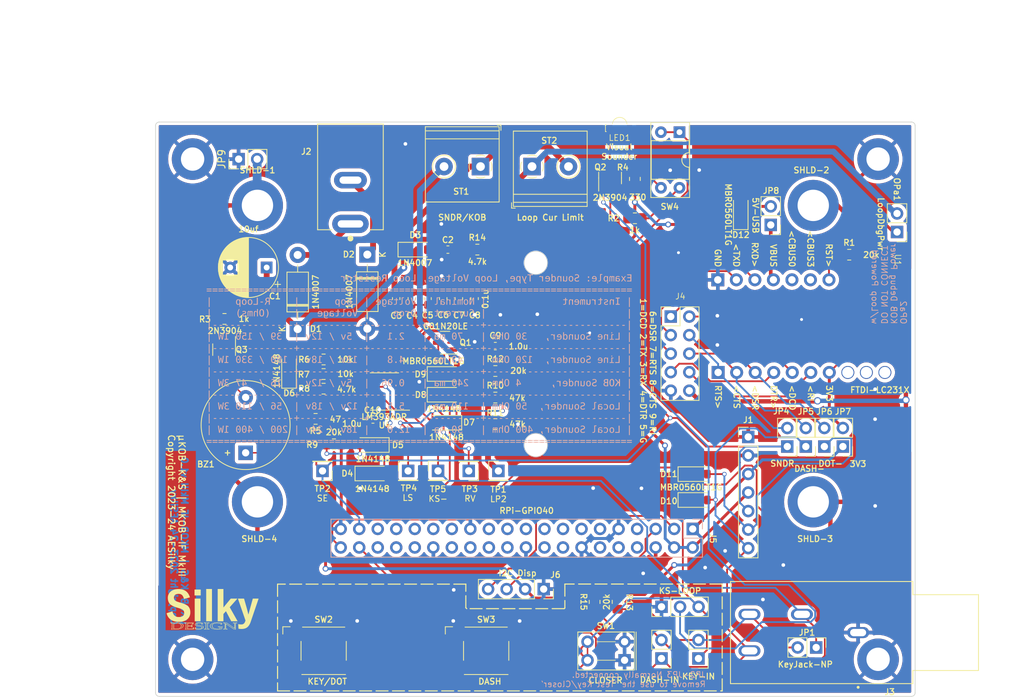
<source format=kicad_pcb>
(kicad_pcb (version 20221018) (generator pcbnew)
  (title_block (title "MuKOB / RPi / USB - Key/Paddle&Sounder Interface MkIII") (date "2024-04-04") (rev "1.0") (company "Silky Design AES") (comment 1 "Copyright AESilky 2023-24"))
  (layers (0 "F.Cu" mixed) (31 "B.Cu" mixed) (34 "B.Paste" user) (35 "F.Paste" user) (36 "B.SilkS" user "B.Silkscreen") (37 "F.SilkS" user "F.Silkscreen") (38 "B.Mask" user) (39 "F.Mask" user) (44 "Edge.Cuts" user))
  (net 0 "")
  (net 1 "GND")
  (net 2 "/LOOP_PWR")
  (net 3 "Net-(D3-A)")
  (net 4 "+5V")
  (net 5 "/LPI+")
  (net 6 "/LPI-")
  (net 7 "/LP2")
  (net 8 "/V3.3I")
  (net 9 "/OFFSET_REF_V")
  (net 10 "/LOOP_STATE")
  (net 11 "/RESET-")
  (net 12 "/LP1")
  (net 13 "/RXD")
  (net 14 "/TXD")
  (net 15 "+3.3V")
  (net 16 "/SNDR_EN")
  (net 17 "/KEY_PDL-")
  (net 18 "/PDL_DASH-")
  (net 19 "/KOB_KEY-")
  (net 20 "Net-(LED1-K)")
  (net 21 "Net-(LED1-A)")
  (net 22 "/SNDR_EN-")
  (net 23 "/KEY_PDL_DOT-")
  (net 24 "/V5I")
  (net 25 "Net-(D4-A)")
  (net 26 "Net-(D5-A)")
  (net 27 "Net-(D6-A)")
  (net 28 "Net-(D7-K)")
  (net 29 "Net-(D9-K)")
  (net 30 "/DASH-")
  (net 31 "/DOT-")
  (net 32 "Net-(J4-Pin_1)")
  (net 33 "/DTR")
  (net 34 "/DSR")
  (net 35 "/RTS")
  (net 36 "/CTS")
  (net 37 "/RI")
  (net 38 "Earth")
  (net 39 "/SDA")
  (net 40 "/SCL")
  (net 66 "/VBUS")
  (net 67 "Net-(Q2-B)")
  (net 68 "Net-(Q3-B)")
  (net 71 "/BZ+")
  (net 72 "/BZ-")
  (net 73 "/SLG")
  (net 74 "/SEL")
  (net 75 "/SEB")
  (footprint "Diode_SMD:D_SOD-123" (layer "F.Cu") (at 95.7706 134.7472 180)
    (fp_text reference "D7")
    (fp_text value "1N4148")
  )
  (footprint "Resistor_SMD:R_0805_2012Metric_Pad1.20x1.40mm_HandSolder" (layer "F.Cu") (at 102.741 127.657333)
    (fp_text reference "R12")
    (fp_text value "20k")
  )
  (footprint "Capacitor_SMD:C_0603_1608Metric_Pad1.08x0.95mm_HandSolder" (layer "F.Cu") (at 97.7478 117.729 90)
    (fp_text reference "C7")
    (fp_text value "0.1u")
  )
  (footprint "Connector_PinSocket_2.54mm:PinSocket_1x04_P2.54mm_Vertical" (layer "F.Cu") (at 109.37 157.556 -90)
    (fp_text reference "J6")
    (fp_text value "I2C Disp")
  )
  (footprint "Connector_PinHeader_2.54mm:PinHeader_1x07_P2.54mm_Vertical" (layer "F.Cu") (at 137.414 136.696)
    (fp_text reference "J1")
    (fp_text value "MuKOB IF")
  )
  (footprint "Connector_PinHeader_2.54mm:PinHeader_1x01_P2.54mm_Vertical" (layer "F.Cu") (at 94.8886 141.352)
    (fp_text reference "TP5")
    (fp_text value "KS-")
  )
  (footprint "AES_Library:AES-CUI_SJ-63063B-audio-jack" (layer "F.Cu") (at 152.48 163.517 180)
    (fp_text reference "J3")
    (fp_text value "KEY-PADDLE")
  )
  (footprint "Capacitor_SMD:C_0603_1608Metric_Pad1.08x0.95mm_HandSolder" (layer "F.Cu") (at 93.4474 117.729 90)
    (fp_text reference "C5")
    (fp_text value "0.1u")
  )
  (footprint "MountingHole:MountingHole_3.2mm_M3_ISO7380_Pad_TopBottom" (layer "F.Cu") (at 61.2394 167.1828)
    (fp_text reference "M_KSI4" hide)
    (fp_text value "MountingHole_Pad")
  )
  (footprint "Diode_SMD:D_SOD-123" (layer "F.Cu") (at 91.7665 111.013)
    (fp_text reference "D3")
    (fp_text value "1N4007")
  )
  (footprint "Connector_PinHeader_2.54mm:PinHeader_1x02_P2.54mm_Vertical" (layer "F.Cu") (at 125.52 167.07 180)
    (fp_text reference "JP3" hide)
    (fp_text value "DASH-IN")
  )
  (footprint "Diode_THT:D_DO-41_SOD81_P10.16mm_Horizontal" (layer "F.Cu") (at 75.645 121.906 90)
    (fp_text reference "D1")
    (fp_text value "1N4007")
  )
  (footprint "Diode_SMD:D_SOD-123" (layer "F.Cu") (at 136.389 105.9155 90)
    (fp_text reference "D12")
    (fp_text value "MBR0560LT1G")
  )
  (footprint "Connector_PinHeader_2.54mm:PinHeader_1x02_P2.54mm_Vertical" (layer "F.Cu") (at 150.391 138.011 180)
    (fp_text reference "JP7")
    (fp_text value "3V3")
  )
  (footprint "Resistor_SMD:R_0805_2012Metric_Pad1.20x1.40mm_HandSolder" (layer "F.Cu") (at 119.505 159.309 90)
    (fp_text reference "R13")
    (fp_text value "20k" hide)
  )
  (footprint "TerminalBlock_Philmore:TerminalBlock_Philmore_TB132_1x02_P5.00mm_Horizontal" (layer "F.Cu") (at 100.7094 99.6278 180)
    (fp_text reference "ST1")
    (fp_text value "SNDR/KOB")
  )
  (footprint "Diode_SMD:D_SOD-123" (layer "F.Cu") (at 74.458 127.656 90)
    (fp_text reference "D6")
    (fp_text value "1N4148")
  )
  (footprint "Diode_SMD:D_SOD-123" (layer "F.Cu") (at 130.1565 141.792)
    (fp_text reference "D11")
    (fp_text value "MBR0560LT1G")
  )
  (footprint "Resistor_SMD:R_0805_2012Metric_Pad1.20x1.40mm_HandSolder" (layer "F.Cu") (at 80.62 137.698 180)
    (fp_text reference "R9")
    (fp_text value "20k")
  )
  (footprint "Package_DIP:DIP-4_W7.62mm_Socket" (layer "F.Cu") (at 127.988 94.916 -90)
    (fp_text reference "SW4")
    (fp_text value "SW_DIP_x02")
  )
  (footprint "Capacitor_SMD:C_0603_1608Metric_Pad1.08x0.95mm_HandSolder" (layer "F.Cu") (at 91.2972 117.729 90)
    (fp_text reference "C4")
    (fp_text value "0.1u")
  )
  (footprint "Diode_SMD:D_SOD-123" (layer "F.Cu") (at 95.7706 130.9102)
    (fp_text reference "D8")
    (fp_text value "1N4148")
  )
  (footprint "AES_Library:AES-FTDI_LC231X" (layer "F.Cu") (at 160.17 121.504 -90)
    (fp_text reference "U1")
    (fp_text value "FTDI-LC231X")
  )
  (footprint "Connector_PinHeader_2.54mm:PinHeader_1x01_P2.54mm_Vertical" (layer "F.Cu") (at 103.163 141.352)
    (fp_text reference "TP1")
    (fp_text value "LP2")
  )
  (footprint "AES_Library:AES-LED_SMD_SIDEVIEW_Harvatek" (layer "F.Cu") (at 119.7864 93.8888 90)
    (fp_text reference "LED1")
    (fp_text value "SNDR")
  )
  (footprint "Capacitor_SMD:C_0603_1608Metric_Pad1.08x0.95mm_HandSolder" (layer "F.Cu") (at 85.9634 134.3028 180)
    (fp_text reference "C10")
    (fp_text value "1.0u")
  )
  (footprint "Resistor_SMD:R_0805_2012Metric_Pad1.20x1.40mm_HandSolder" (layer "F.Cu") (at 102.741 134.932 180)
    (fp_text reference "R11")
    (fp_text value "47k")
  )
  (footprint "Resistor_SMD:R_0805_2012Metric_Pad1.20x1.40mm_HandSolder" (layer "F.Cu") (at 121.878 106.718 180)
    (fp_text reference "R2")
    (fp_text value "1k")
  )
  (footprint "Connector_PinHeader_2.54mm:PinHeader_1x02_P2.54mm_Vertical" (layer "F.Cu") (at 157.817 108.597 180)
    (fp_text reference "OPa1")
    (fp_text value "LoopDbgPwr")
  )
  (footprint "Resistor_SMD:R_0805_2012Metric_Pad1.20x1.40mm_HandSolder" (layer "F.Cu") (at 151.26 111.713)
    (fp_text reference "R1")
    (fp_text value "20k")
  )
  (footprint "Connector_PinHeader_2.54mm:PinHeader_1x01_P2.54mm_Vertical" (layer "F.Cu") (at 79.0506 141.352 180)
    (fp_text reference "TP2")
    (fp_text value "SE")
  )
  (footprint "Resistor_SMD:R_0805_2012Metric_Pad1.20x1.40mm_HandSolder" (layer "F.Cu") (at 102.741 131.294666)
    (fp_text reference "R10")
    (fp_text value "47k")
  )
  (footprint "MountingHole:MountingHole_3.2mm_M3_ISO7380_Pad_TopBottom" (layer "F.Cu") (at 61.2394 98.6028)
    (fp_text reference "M_KSI1" hide)
    (fp_text value "MountingHole_Pad")
  )
  (footprint "Connector_PinHeader_2.54mm:PinHeader_1x03_P2.54mm_Vertical" (layer "F.Cu") (at 125.528 159.983 90)
    (fp_text reference "OP1" hide)
    (fp_text value "KS-LOOP")
  )
  (footprint "Connector_PinHeader_2.54mm:PinHeader_1x01_P2.54mm_Vertical" (layer "F.Cu") (at 90.788 141.352)
    (fp_text reference "TP4")
    (fp_text value "LS")
  )
  (footprint "Resistor_SMD:R_0805_2012Metric_Pad1.20x1.40mm_HandSolder" (layer "F.Cu") (at 79.197 130.077)
    (fp_text reference "R8")
    (fp_text value "4.7k")
  )
  (footprint "Capacitor_SMD:C_0603_1608Metric_Pad1.08x0.95mm_HandSolder" (layer "F.Cu") (at 89.147 117.729 90)
    (fp_text reference "C3")
    (fp_text value "0.1u")
  )
  (footprint "Capacitor_SMD:C_0603_1608Metric_Pad1.08x0.95mm_HandSolder" (layer "F.Cu") (at 96.238 111.01 180)
    (fp_text reference "C2")
    (fp_text value "0.1u")
  )
  (footprint "Diode_SMD:D_SOD-123" (layer "F.Cu") (at 85.87 141.705)
    (fp_text reference "D4")
    (fp_text value "1N4148")
  )
  (footprint "Connector_PinHeader_2.54mm:PinHeader_1x02_P2.54mm_Vertical" (layer "F.Cu") (at 147.851 138.011 180)
    (fp_text reference "JP6")
    (fp_text value "DOT-")
  )
  (footprint "AES_Library:SILKY-DESIGN-logo-0_50-AES" (layer "F.Cu") (at 64.0334 160.3248)
    (fp_text reference "G1" hide)
    (fp_text value "LOGO" hide)
  )
  (footprint "Resistor_SMD:R_0805_2012Metric_Pad1.20x1.40mm_HandSolder" (layer "F.Cu") (at 79.197 128.075 180)
    (fp_text reference "R7")
    (fp_text value "10k")
  )
  (footprint "MountingHole:MountingHole_4.3mm_M4_ISO14580_Pad_TopBottom" (layer "F.Cu") (at 70.1294 104.9528)
    (fp_text reference "SHLD-1")
    (fp_text value "MountingHole_Pad" hide)
  )
  (footprint "Resistor_SMD:R_0805_2012Metric_Pad1.20x1.40mm_HandSolder" (layer "F.Cu") (at 100.276 111.012)
    (fp_text reference "R14")
    (fp_text value "4.7k")
  )
  (footprint "MountingHole:MountingHole_4.3mm_M4_ISO14580_Pad_TopBottom" (layer "F.Cu") (at 146.3294 104.9528)
    (fp_text reference "SHLD-2")
    (fp_text value "MountingHole_Pad" hide)
  )
  (footprint "AES_Library:AES-SW-TGL-Micro-DPST-CIT" (layer "F.Cu") (at 120.462 167.309 -90)
    (fp_text reference "SW1")
    (fp_text value "CLOSER")
  )
  (footprint "Capacitor_THT:CP_Radial_D8.0mm_P5.00mm" (layer "F.Cu") (at 71.394651 113.465 180)
    (fp_text reference "C1")
    (fp_text value "10uf")
  )
  (footprint "Resistor_SMD:R_0805_2012Metric_Pad1.20x1.40mm_HandSolder" (layer "F.Cu") (at 121.878 101.32 90)
    (fp_text reference "R4")
    (fp_text value "330")
  )
  (footprint "Connector_PinHeader_2.54mm:PinHeader_1x02_P2.54mm_Vertical" (layer "F.Cu") (at 130.59 167.07 180)
    (fp_text reference "JP2" hide)
    (fp_text value "KEY-IN")
  )
  (footprint "Connector_PinHeader_2.54mm:PinHeader_1x02_P2.54mm_Vertical" (layer "F.Cu") (at 146.728 165.562 -90)
    (fp_text reference "JP1")
    (fp_text value "KeyJack-NP")
  )
  (footprint "AES_Library:AES-CUI_PJ-037B" (layer "F.Cu") (at 82.8802 107.4891 90)
    (fp_text reference "J2")
    (fp_text value "LOOP PWR" hide)
  )
  (footprint "AES_Library:AES-SW_PUSH_SMD_1P1T_NO_6x6mm" (layer "F.Cu") (at 101.487 166.019)
    (fp_text reference "SW3")
    (fp_text value "DASH")
  )
  (footprint "AES_Library:PinHeader_2x05_DB9-Order" (layer "F.Cu") (at 128.085 118.4028)
    (fp_text reference "J4")
    (fp_text value "COMM-DCE-10" hide)
  )
  (footprint "MountingHole:MountingHole_3.2mm_M3_ISO7380_Pad_TopBottom" (layer "F.Cu") (at 155.2194 98.6028)
    (fp_text reference "M_KSI2" hide)
    (fp_text value "MountingHole_Pad")
  )
  (footprint "TerminalBlock_Philmore:TerminalBlock_Philmore_TB132_1x02_P5.00mm_Horizontal" (layer "F.Cu") (at 107.7744 99.6278)
    (fp_text reference "ST2")
    (fp_text value "Loop Cur Limit")
  )
  (footprint "MountingHole:MountingHole_4.3mm_M4_ISO14580_Pad_TopBottom" (layer "F.Cu") (at 70.1294 145.5928)
    (fp_text reference "SHLD-4")
    (fp_text value "MountingHole_Pad" hide)
  )
  (footprint "Capacitor_SMD:C_0603_1608Metric_Pad1.08x0.95mm_HandSolder" (layer "F.Cu") (at 95.5976 117.729 90)
    (fp_text reference "C6")
    (fp_text value "0.1u")
  )
  (footprint "Diode_SMD:D_SOD-123" (layer "F.Cu") (at 95.7706 128.064)
    (fp_text reference "D9")
    (fp_text value "MBR0560LT1G")
  )
  (footprint "Connector_PinHeader_2.54mm:PinHeader_1x02_P2.54mm_Vertical" (layer "F.Cu") (at 140.501 107.629 180)
    (fp_text reference "JP8")
    (fp_text value "5V-USB")
  )
  (footprint "Resistor_SMD:R_0805_2012Metric_Pad1.20x1.40mm_HandSolder" (layer "F.Cu") (at 65.611 120.517 180)
    (fp_text reference "R3")
    (fp_text value "1k")
  )
  (footprint "Connector_PinHeader_2.54mm:PinHeader_1x01_P2.54mm_Vertical" (layer "F.Cu") (at 99.095 141.352 180)
    (fp_text reference "TP3")
    (fp_text value "RV")
  )
  (footprint "AES_Library:AES-SW_PUSH_SMD_1P1T_NO_6x6mm" (layer "F.Cu") (at 79.207 166.019)
    (fp_text reference "SW2")
    (fp_text value "KEY/DOT")
  )
  (footprint "Resistor_SMD:R_0805_2012Metric_Pad1.20x1.40mm_HandSolder" (layer "F.Cu") (at 116.353 159.309 90)
    (fp_text reference "R15")
    (fp_text value "20k")
  )
  (footprint "Diode_SMD:D_SOD-123" (layer "F.Cu") (at 130.1565 145.341)
    (fp_text reference "D10")
    (fp_text value "MBR0560LT1G" hide)
  )
  (footprint "Package_TO_SOT_SMD:SOT-23-3" (layer "F.Cu") (at 65.559 124.7285 -90)
    (fp_text reference "Q3")
    (fp_text value "2N3904")
  )
  (footprint "Resistor_SMD:R_0805_2012Metric_Pad1.20x1.40mm_HandSolder" (layer "F.Cu") (at 79.197 126.073)
    (fp_text reference "R6")
    (fp_text value "10k")
  )
  (footprint "Package_TO_SOT_SMD:SOT-23-3" (layer "F.Cu") (at 118.474 101.193 90)
    (fp_text reference "Q2")
    (fp_text value "2N3904")
  )
  (footprint "Diode_THT:D_DO-41_SOD81_P10.16mm_Horizontal" (layer "F.Cu") (at 85.195 111.696 -90)
    (fp_text reference "D2")
    (fp_text value "1N4007")
  )
  (footprint "Resistor_SMD:R_0805_2012Metric_Pad1.20x1.40mm_HandSolder" (layer "F.Cu") (at 78.103 134.217 180)
    (fp_text reference "R5")
    (fp_text value "47")
  )
  (footprint "MountingHole:MountingHole_3.2mm_M3_ISO7380_Pad_TopBottom" (layer "F.Cu") (at 155.2194 167.1828)
    (fp_text reference "M_KSI3" hide)
    (fp_text value "MountingHole_Pad")
  )
  (footprint "Connector_PinHeader_2.54mm:PinHeader_1x02_P2.54mm_Vertical" (layer "F.Cu") (at 67.5504 98.6068 90)
    (fp_text reference "JP9")
    (fp_text value "KeyJack-NP")
  )
  (footprint "Connector_PinHeader_2.54mm:PinHeader_1x02_P2.54mm_Vertical" (layer "F.Cu") (at 145.311 138.011 180)
    (fp_text reference "JP5")
    (fp_text value "DASH-")
  )
  (footprint "Capacitor_SMD:C_0603_1608Metric_Pad1.08x0.95mm_HandSolder" (layer "F.Cu") (at 99.898 117.729 -90)
    (fp_text reference "C8")
    (fp_text value "0.1u")
  )
  (footprint "Buzzer_Beeper:Buzzer_12x9.5RM7.6" (layer "F.Cu") (at 68.512 138.869 90)
    (fp_text reference "BZ1")
    (fp_text value "Buzzer")
  )
  (footprint "Connector_PinHeader_2.54mm:PinHeader_1x02_P2.54mm_Vertical" (layer "F.Cu") (at 142.771 138.011 180)
    (fp_text reference "JP4")
    (fp_text value "SNDR")
  )
  (footprint "MountingHole:MountingHole_4.3mm_M4_ISO14580_Pad_TopBottom" (layer "F.Cu") (at 146.3294 145.5928)
    (fp_text reference "SHLD-3")
    (fp_text value "MountingHole_Pad" hide)
  )
  (footprint "Package_TO_SOT_SMD:SOT-23" (layer "F.Cu") (at 95.8545 123.775 180)
    (fp_text reference "Q1")
    (fp_text value "G01N20LE")
  )
  (footprint "Diode_SMD:D_SOD-123" (layer "F.Cu") (at 85.825 137.801 180)
    (fp_text reference "D5")
    (fp_text value "1N4148")
  )
  (footprint "Package_SO:SOIC-8_3.9x4.9mm_P1.27mm" (layer "F.Cu") (at 87.539 130.465 180)
    (fp_text reference "U4")
    (fp_text value "LM393ADR")
  )
  (footprint "Capacitor_SMD:C_0603_1608Metric_Pad1.08x0.95mm_HandSolder" (layer "F.Cu") (at 102.741 124.24)
    (fp_text reference "C9")
    (fp_text value "1.0u")
  )
  (footprint "Connector_PinSocket_2.54mm:PinSocket_2x20_P2.54mm_Vertical" (layer "B.Cu") (at 129.801 149.308 90)
    (fp_text reference "J5")
    (fp_text value "RPi-GPIO40")
  )
  (gr_poly locked (pts (xy 72.886 156.903) (xy 72.886 171.508) (xy 133.846 171.508) (xy 133.846 156.903) (xy 133.805 156.862) (xy 112.283 156.862) (xy 112.275 156.87) (xy 112.275 160.143) (xy 112.182 160.236) (xy 98.823 160.236) (xy 98.697 160.11) (xy 98.697 156.875) (xy 72.914 156.875)) (stroke (width 0.15) (type dash)) (fill none) (layer "F.SilkS"))
  (gr_circle (center 108.2894 112.8153) (end 109.8894 112.8153) (stroke (width 0.1)) (fill none) (layer "Edge.Cuts"))
  (gr_line locked (start 56.1594 171.7548) (end 56.1594 94.0308) (stroke (width 0.1)) (layer "Edge.Cuts"))
  (gr_arc locked (start 56.6674 172.2628) (mid 56.30819 172.11401) (end 56.1594 171.7548) (stroke (width 0.1)) (layer "Edge.Cuts"))
  (gr_circle (center 108.2894 137.8153) (end 109.8894 137.8153) (stroke (width 0.1)) (fill none) (layer "Edge.Cuts"))
  (gr_arc locked (start 159.7914 93.5228) (mid 160.15061 93.67159) (end 160.2994 94.0308) (stroke (width 0.1)) (layer "Edge.Cuts"))
  (gr_line locked (start 159.7914 172.2628) (end 56.6674 172.2628) (stroke (width 0.1)) (layer "Edge.Cuts"))
  (gr_arc locked (start 56.1594 94.0308) (mid 56.30819 93.67159) (end 56.6674 93.5228) (stroke (width 0.1)) (layer "Edge.Cuts"))
  (gr_line locked (start 160.2994 94.0308) (end 160.2994 171.7548) (stroke (width 0.1)) (layer "Edge.Cuts"))
  (gr_line locked (start 56.6674 93.5228) (end 159.7914 93.5228) (stroke (width 0.1)) (layer "Edge.Cuts"))
  (gr_arc locked (start 160.2994 171.7548) (mid 160.15061 172.11401) (end 159.7914 172.2628) (stroke (width 0.1)) (layer "Edge.Cuts"))
  (gr_text "μKOB-K&S | MKOB-IF MkIII v1.0\nCopyright 2023-24 AESilky" (at 58.1674 162.5648 270) (layer "B.Cu") (effects (font (size 0.889 0.889) (thickness 0.22225) bold) (justify left bottom mirror)))
  (gr_text "Example: Sounder Type, Loop Voltage, Loop Resistor\n=========================================================================\n| Instrument             | Nominal | Voltage | Loop      |    R-Loop    |\n|                        | Current | Drop    | Voltage   |    (Ohms)    |\n|------------------------+---------+---------+-----------+--------------|\n| Line Sounder,   30 Ohm |   70 ma |   2.1   |  5v / 12v |  39 / 150 1W |\n|------------------------+---------+---------+-----------+--------------|\n| Line Sounder,  120 Ohm |   40 ma |   4.8   | 12v / 18v | 180 / 330 1W |\n|------------------------+---------+---------+-----------+--------------|\n| KOB Sounder,     4 Ohm |  240 ma |   0.96  |  5v / 12v |  16 /  47 3W |\n|------------------------+---------+---------+-----------+--------------|\n| Local Sounder,  50 Ohm |  110 ma |   5.5   | 12v / 18v |  56 / 110 3W |\n|------------------------+---------+---------+-----------+--------------|\n| Local Sounder, 400 Ohm |   30 ma |  12.0   | 18v / 24v | 200 / 400 1W |\n=========================================================================" (at 121.518 137.882) (layer "B.SilkS") (effects (font (size 0.95 0.95) (thickness 0.1)) (justify left bottom mirror)))
  (gr_text "OPa2\nKOB Debug Power\nDO NOT CONNECT\nw/Loop Powered" (at 154.2774 121.2878 -90) (layer "B.SilkS") (effects (font (size 0.8128 0.8128) (thickness 0.1016)) (justify left bottom mirror)))
  (gr_text "JP2-JP3 Normally connected.\nRemove to use the 'Test Key/Closer'" (at 131.6424 171.0558) (layer "B.SilkS") (effects (font (size 0.8 0.8) (thickness 0.1)) (justify left bottom mirror)))
  (gr_text "μKOB-K&S | MKOB-IF MkIII\nCopyright 2023-24 AESilky" (at 57.809 136.283 270) (layer "F.SilkS") (effects (font (size 0.889 0.889)) (justify left bottom)))
  (gr_text " 6=DSR 7=RTS 8=CTS 9=RI\n1=DCD 2=TX 3=RX 4=DTR 5=G" (at 122.535 127.622 270) (layer "F.SilkS") (effects (font (size 0.8125 0.8125)) (justify bottom)))
  (gr_text "Visual\nSounder" (at 119.738 98.74) (layer "F.SilkS") (effects (font (size 0.8128 0.8128) (thickness 0.127) bold) (justify bottom)))
  (segment (start 94.1206 130.9102) (end 92.3422 129.1318) (width 0.4) (layer "F.Cu") (net 1))
  (segment (start 92.3224 129.112) (end 91.7704 128.56) (width 0.4) (layer "F.Cu") (net 1))
  (segment (start 84.22 141.705) (end 84.22 143.7312) (width 0.4) (layer "F.Cu") (net 1))
  (segment (start 83.807 163.805) (end 83.807 161.9234) (width 0.4) (layer "F.Cu") (net 1))
  (segment (start 92.3422 129.1318) (end 92.3224 129.1318) (width 0.4) (layer "F.Cu") (net 1))
  (segment (start 124.721 151.848) (end 124.721 153.6922) (width 0.4) (layer "F.Cu") (net 1))
  (segment (start 106.087 161.9414) (end 106.0764 161.9308) (width 0.4) (layer "F.Cu") (net 1))
  (segment (start 99.898 118.5915) (end 99.898 119.9444) (width 0.4) (layer "F.Cu") (net 1))
  (segment (start 105.8406 134.932) (end 105.8464 134.9378) (width 0.4) (layer "F.Cu") (net 1))
  (segment (start 103.741 134.932) (end 105.8406 134.932) (width 0.4) (layer "F.Cu") (net 1))
  (segment (start 116.1774 143.7388) (end 116.1524 143.7138) (width 0.4) (layer "F.Cu") (net 1))
  (segment (start 94.241 151.848) (end 94.241 154.8634) (width 0.4) (layer "F.Cu") (net 1))
  (segment (start 133.7994 152.3148) (end 131.5064 154.6078) (width 0.4) (layer "F.Cu") (net 1))
  (segment (start 86.8259 134.3028) (end 86.8259 132.9443) (width 0.4) (layer "F.Cu") (net 1))
  (segment (start 96.987 161.9284) (end 96.9784 161.9198) (width 0.4) (layer "F.Cu") (net 1))
  (segment (start 76.0946 130.077) (end 76.0894 130.0718) (width 0.4) (layer "F.Cu") (net 1))
  (segment (start 83.807 161.9234) (end 83.8034 161.9198) (width 0.4) (layer "F.Cu") (net 1))
  (segment (start 76.0842 130.077) (end 75.229 130.077) (width 0.4) (layer "F.Cu") (net 1))
  (segment (start 99.898 119.9444) (end 99.9074 119.9538) (width 0.4) (layer "F.Cu") (net 1))
  (segment (start 106.087 163.805) (end 106.087 161.9414) (width 0.4) (layer "F.Cu") (net 1))
  (segment (start 122.7764 143.7388) (end 116.1774 143.7388) (width 0.4) (layer "F.Cu") (net 1))
  (segment (start 95.3755 112.3719) (end 95.3844 112.3808) (width 0.4) (layer "F.Cu") (net 1))
  (segment (start 75.229 130.077) (end 74.458 129.306) (width 0.4) (layer "F.Cu") (net 1))
  (segment (start 94.241 154.8634) (end 97.0384 157.6608) (width 0.4) (layer "F.Cu") (net 1))
  (segment (start 92.3224 129.1318) (end 92.3224 129.112) (width 0.4) (layer "F.Cu") (net 1))
  (segment (start 74.707 163.769) (end 74.707 161.9272) (width 0.4) (layer "F.Cu") (net 1))
  (segment (start 134.2464 152.3148) (end 133.7994 152.3148) (width 0.4) (layer "F.Cu") (net 1))
  (segment (start 91.7704 128.56) (end 90.014 128.56) (width 0.4) (layer "F.Cu") (net 1))
  (segment (start 74.707 161.9272) (end 74.7084 161.9258) (width 0.4) (layer "F.Cu") (net 1))
  (segment (start 78.197 130.077) (end 76.0946 130.077) (width 0.4) (layer "F.Cu") (net 1))
  (segment (start 96.987 163.769) (end 96.987 161.9284) (width 0.4) (layer "F.Cu") (net 1))
  (segment (start 95.3755 111.01) (end 95.3755 112.3719) (width 0.4) (layer "F.Cu") (net 1))
  (segment (start 86.8259 132.9443) (end 86.8404 132.9298) (width 0.4) (layer "F.Cu") (net 1))
  (segment (start 124.721 153.6922) (end 123.0144 155.3988) (width 0.4) (layer "F.Cu") (net 1))
  (segment (start 76.0894 130.0718) (end 76.0842 130.077) (width 0.4) (layer "F.Cu") (net 1))
  (segment (start 154.8054 130.1538) (end 154.8054 134.2578) (width 0.4) (layer "F.Cu") (net 1))
  (segment (start 84.22 143.7312) (end 84.2194 143.7318) (width 0.4) (layer "F.Cu") (net 1))
  (via (at 106.0764 161.9308) (size 0.8) (drill 0.5) (layers "F.Cu" "B.Cu") (net 1))
  (via (at 95.3844 112.3808) (size 0.8) (drill 0.5) (layers "F.Cu" "B.Cu") (net 1))
  (via (at 103.4344 119.9528) (size 0.8) (drill 0.5) (layers "F.Cu" "B.Cu") (net 1))
  (via (at 83.8034 161.9198) (size 0.8) (drill 0.5) (layers "F.Cu" "B.Cu") (net 1))
  (via (at 144.7244 120.5938) (size 0.6) (drill 0.4) (layers "F.Cu" "B.Cu") (net 1))
  (via (at 154.8054 130.1538) (size 0.8) (drill 0.5) (layers "F.Cu" "B.Cu") (net 1))
  (via (at 122.7764 143.7388) (size 0.8) (drill 0.5) (layers "F.Cu" "B.Cu") (net 1))
  (via (at 133.1804 124.0868) (size 0.8) (drill 0.5) (layers "F.Cu" "B.Cu") (net 1))
  (via (at 130.6914 100.1058) (size 0.8) (drill 0.5) (layers "F.Cu" "B.Cu") (net 1))
  (via (at 127.8504 111.4338) (size 0.6) (drill 0.4) (layers "F.Cu" "B.Cu") (net 1))
  (via (at 115.6764 122.4288) (size 0.6) (drill 0.4) (layers "F.Cu" "B.Cu") (net 1))
  (via (at 84.2194 143.7318) (size 0.8) (drill 0.5) (layers "F.Cu" "B.Cu") (net 1))
  (via (at 139.4274 158.9808) (size 0.8) (drill 0.5) (layers "F.Cu" "B.Cu") (net 1))
  (via (at 76.0894 130.0718) (size 0.8) (drill 0.5) (layers "F.Cu" "B.Cu") (net 1))
  (via (at 95.3424 107.4978) (size 0.8) (drill 0.5) (layers "F.Cu" "B.Cu") (net 1))
  (via (at 116.1524 143.7138) (size 0.8) (drill 0.5) (layers "F.Cu" "B.Cu") (net 1))
  (via (at 134.2464 152.3148) (size 0.8) (drill 0.5) (layers "F.Cu" "B.Cu") (net 1))
  (via (at 82.3634 132.9418) (size 0.8) (drill 0.5) (layers "F.Cu" "B.Cu") (net 1))
  (via (at 133.1804 120.0818) (size 0.8) (drill 0.5) (layers "F.Cu" "B.Cu") (net 1))
  (via (at 74.7084 161.9258) (size 0.8) (drill 0.5) (layers "F.Cu" "B.Cu") (net 1))
  (via (at 142.2244 154.2578) (size 0.8) (drill 0.5) (layers "F.Cu" "B.Cu") (net 1))
  (via (at 90.4144 96.5208) (size 0.8) (drill 0.5) (layers "F.Cu" "B.Cu") (net 1))
  (via (at 97.0384 157.6608) (size 0.8) (drill 0.5) (layers "F.Cu" "B.Cu") (net 1))
  (via (at 86.8404 132.9298) (size 0.8) (drill 0.5) (layers "F.Cu" "B.Cu") (net 1))
  (via (at 108.4984 119.8758) (size 0.8) (drill 0.5) (layers "F.Cu" "B.Cu") (net 1))
  (via (at 96.9784 161.9198) (size 0.8) (drill 0.5) (layers "F.Cu" "B.Cu") (net 1))
  (via (at 105.8464 134.9378) (size 0.8) (drill 0.5) (layers "F.Cu" "B.Cu") (net 1))
  (via (at 95.3864 114.6258) (size 0.8) (drill 0.5) (layers "F.Cu" "B.Cu") (net 1))
  (via (at 99.9074 119.9538) (size 0.8) (drill 0.5) (layers "F.Cu" "B.Cu") (net 1))
  (via (at 131.5064 154.6078) (size 0.8) (drill 0.5) (layers "F.Cu" "B.Cu") (net 1))
  (via (at 123.0144 155.3988) (size 0.8) (drill 0.5) (layers "F.Cu" "B.Cu") (net 1))
  (via (at 154.8054 134.2578) (size 0.8) (drill 0.5) (layers "F.Cu" "B.Cu") (net 1))
  (via (at 99.9114 123.6518) (size 0.8) (drill 0.5) (layers "F.Cu" "B.Cu") (net 1))
  (via (at 154.8174 146.1528) (size 0.8) (drill 0.5) (layers "F.Cu" "B.Cu") (net 1))
  (via (at 126.7134 100.1308) (size 0.8) (drill 0.5) (layers "F.Cu" "B.Cu") (net 1))
  (via (at 92.3224 129.1318) (size 0.8) (drill 0.5) (layers "F.Cu" "B.Cu") (net 1))
  (segment (start 96.9784 157.7208) (end 97.0384 157.6608) (width 0.4) (layer "B.Cu") (net 1))
  (segment (start 99.9074 119.9538) (end 103.4334 119.9538) (width 0.4) (layer "B.Cu") (net 1))
  (segment (start 97.763602 105.076598) (end 97.763602 99.116002) (width 0.4) (layer "B.Cu") (net 1))
  (segment (start 86.8404 132.9298) (end 86.8284 132.9418) (width 0.4) (layer "B.Cu") (net 1))
  (segment (start 115.791 150.618) (end 118.331 150.618) (width 0.4) (layer "B.Cu") (net 1))
  (segment (start 97.763602 99.116002) (end 95.1684 96.5208) (width 0.4) (layer "B.Cu") (net 1))
  (segment (start 118.1118 155.3988) (end 114.561 151.848) (width 0.4) (layer "B.Cu") (net 1))
  (segment (start 123.0144 155.3988) (end 118.1118 155.3988) (width 0.4) (layer "B.Cu") (net 1))
  (segment (start 119.641 149.308) (end 119.641 147.2024) (width 0.4) (layer "B.Cu") (net 1))
  (segment (start 99.9074 123.6478) (end 99.9114 123.6518) (width 0.4) (layer "B.Cu") (net 1))
  (segment (start 95.3864 114.6258) (end 98.1074 114.6258) (width 0.4) (layer "B.Cu") (net 1))
  (segment (start 133.244 120.0182) (end 133.1804 120.0818) (width 0.4) (layer "B.Cu") (net 1))
  (segment (start 95.3844 114.6238) (end 95.3864 114.6258) (width 0.4) (layer "B.Cu") (net 1))
  (segment (start 95.3844 112.3808) (end 95.3844 107.5398) (width 0.4) (layer "B.Cu") (net 1))
  (segment (start 95.3424 107.4978) (end 97.763602 105.076598) (width 0.4) (layer "B.Cu") (net 1))
  (segment (start 103.5114 119.8758) (end 108.4984 119.8758) (width 0.4) (layer "B.Cu") (net 1))
  (segment (start 126.7384 100.1058) (end 126.7134 100.1308) (width 0.4) (layer "B.Cu") (net 1))
  (segment (start 109.37 158.6372) (end 106.0764 161.9308) (width 0.4) (layer "B.Cu") (net 1))
  (segment (start 119.641 147.2024) (end 116.1524 143.7138) (width 0.4) (layer "B.Cu") (net 1))
  (segment (start 108.4984 119.8758) (end 108.4984 132.2858) (width 0.4) (layer "B.Cu") (net 1))
  (segment (start 99.9074 119.9538) (end 99.9074 123.6478) (width 0.4) (layer "B.Cu") (net 1))
  (segment (start 133.244 115.154) (end 133.244 120.0182) (width 0.4) (layer "B.Cu") (net 1))
  (segment (start 118.331 150.618) (end 119.641 149.308) (width 0.4) (layer "B.Cu") (net 1))
  (segment (start 96.9784 161.9198) (end 96.9784 157.7208) (width 0.4) (layer "B.Cu") (net 1))
  (segment (start 154.8174 134.2698) (end 154.8174 146.1528) (width 0.4) (layer "B.Cu") (net 1))
  (segment (start 114.561 151.848) (end 115.791 150.618) (width 0.4) (layer "B.Cu") (net 1))
  (segment (start 103.4334 119.9538) (end 103.4344 119.9528) (width 0.4) (layer "B.Cu") (net 1))
  (segment (start 103.4344 119.9528) (end 103.5114 119.8758) (width 0.4) (layer "B.Cu") (net 1))
  (segment (start 130.6914 100.1058) (end 126.7384 100.1058) (width 0.4) (layer "B.Cu") (net 1))
  (segment (start 95.1684 96.5208) (end 90.4144 96.5208) (width 0.4) (layer "B.Cu") (net 1))
  (segment (start 86.8284 132.9418) (end 82.3634 132.9418) (width 0.4) (layer "B.Cu") (net 1))
  (segment (start 154.8054 134.2578) (end 154.8174 134.2698) (width 0.4) (layer "B.Cu") (net 1))
  (segment (start 133.1804 120.0818) (end 133.1804 124.0868) (width 0.4) (layer "B.Cu") (net 1))
  (segment (start 98.1074 114.6258) (end 103.4344 119.9528) (width 0.4) (layer "B.Cu") (net 1))
  (segment (start 95.3844 107.5398) (end 95.3424 107.4978) (width 0.4) (layer "B.Cu") (net 1))
  (segment (start 95.3844 112.3808) (end 95.3844 114.6238) (width 0.4) (layer "B.Cu") (net 1))
  (segment (start 108.4984 132.2858) (end 105.8464 134.9378) (width 0.4) (layer "B.Cu") (net 1))
  (segment (start 109.37 157.556) (end 109.37 158.6372) (width 0.4) (layer "B.Cu") (net 1))
  (segment (start 107.7744 99.6278) (end 99.276 108.1262) (width 0.8) (layer "F.Cu") (net 2))
  (segment (start 97.1005 111.01) (end 97.1005 110.800964) (width 0.8) (layer "F.Cu") (net 2))
  (segment (start 97.1005 110.800964) (end 95.962536 109.663) (width 0.8) (layer "F.Cu") (net 2))
  (segment (start 95.962536 109.663) (end 91.4665 109.663) (width 0.8) (layer "F.Cu") (net 2))
  (segment (start 71.394651 117.655651) (end 75.645 121.906) (width 0.8) (layer "F.Cu") (net 2))
  (segment (start 91.4665 109.663) (end 90.1165 111.013) (width 0.8) (layer "F.Cu") (net 2))
  (segment (start 90.166 113.4828) (end 90.166 111.0625) (width 0.8) (layer "F.Cu") (net 2))
  (segment (start 99.276 111.012) (end 97.1025 111.012) (width 0.8) (layer "F.Cu") (net 2))
  (segment (start 99.276 108.1262) (end 99.276 111.012) (width 0.8) (layer "F.Cu") (net 2))
  (segment (start 71.394651 113.465) (end 71.394651 117.655651) (width 0.8) (layer "F.Cu") (net 2))
  (via (at 90.166 113.4828) (size 1) (drill 0.5) (layers "F.Cu" "B.Cu") (net 2))
  (segment (start 83.6428 120.006) (end 90.166 113.4828) (width 0.8) (layer "B.Cu") (net 2))
  (segment (start 157.582431 106.057) (end 149.109231 97.5838) (width 0.8) (layer "B.Cu") (net 2))
  (segment (start 77.545 120.006) (end 83.6428 120.006) (width 0.8) (layer "B.Cu") (net 2))
  (segment (start 109.8184 97.5838) (end 107.7744 99.6278) (width 0.8) (layer "B.Cu") (net 2))
  (segment (start 157.817 106.057) (end 157.582431 106.057) (width 0.8) (layer "B.Cu") (net 2))
  (segment (start 75.645 121.906) (end 77.545 120.006) (width 0.8) (layer "B.Cu") (net 2))
  (segment (start 149.109231 97.5838) (end 109.8184 97.5838) (width 0.8) (layer "B.Cu") (net 2))
  (segment (start 95.5976 118.5915) (end 93.4474 118.5915) (width 0.25) (layer "F.Cu") (net 3))
  (segment (start 97.7478 119.5072) (end 97.7478 118.5915) (width 0.25) (layer "F.Cu") (net 3))
  (segment (start 101.276 120.1742) (end 100.5344 120.9158) (width 0.25) (layer "F.Cu") (net 3))
  (segment (start 93.4474 118.5915) (end 91.2972 118.5915) (width 0.25) (layer "F.Cu") (net 3))
  (segment (start 93.4165 112.7629) (end 93.9004 113.2468) (width 0.25) (layer "F.Cu") (net 3))
  (segment (start 97.7478 118.5915) (end 95.5976 118.5915) (width 0.25) (layer "F.Cu") (net 3))
  (segment (start 100.5344 120.9158) (end 99.1564 120.9158) (width 0.25) (layer "F.Cu") (net 3))
  (segment (start 93.9004 113.2468) (end 99.0412 113.2468) (width 0.25) (layer "F.Cu") (net 3))
  (segment (start 99.1564 120.9158) (end 97.7478 119.5072) (width 0.25) (layer "F.Cu") (net 3))
  (segment (start 101.276 111.012) (end 101.276 120.1742) (width 0.25) (layer "F.Cu") (net 3))
  (segment (start 93.4165 111.013) (end 93.4165 112.7629) (width 0.25) (layer "F.Cu") (net 3))
  (segment (start 91.2972 118.5915) (end 89.147 118.5915) (width 0.25) (layer "F.Cu") (net 3))
  (segment (start 99.0412 113.2468) (end 101.276 111.012) (width 0.25) (layer "F.Cu") (net 3))
  (segment (start 126.4394 107.5688) (end 126.4427 107.5655) (width 0.4) (layer "F.Cu") (net 4))
  (segment (start 121.8684 109.1288) (end 106.7572 124.24) (width 0.4) (layer "F.Cu") (net 4))
  (segment (start 139.236101 99.9628) (end 135.409 103.789901) (width 0.4) (layer "F.Cu") (net 4))
  (segment (start 121.8684 104.5098) (end 121.8684 109.1288) (width 0.4) (layer "F.Cu") (net 4))
  (segment (start 148.6588 99.9628) (end 139.236101 99.9628) (width 0.4) (layer "F.Cu") (net 4))
  (segment (start 157.555 108.859) (end 148.6588 99.9628) (width 0.4) (layer "F.Cu") (net 4))
  (segment (start 121.8684 104.5098) (end 121.8684 102.3296) (width 0.4) (layer "F.Cu") (net 4))
  (segment (start 89.3842 126.073) (end 80.197 126.073) (width 0.4) (layer "F.Cu") (net 4))
  (segment (start 103.6035 124.24) (end 101.5085 122.145) (width 0.4) (layer "F.Cu") (net 4))
  (segment (start 137.414 144.316) (end 129.882 151.848) (width 0.4) (layer "F.Cu") (net 4))
  (segment (start 125.9944 137.8678) (end 115.783933 127.657333) (width 0.4) (layer "F.Cu") (net 4))
  (segment (start 103.6035 124.24) (end 103.6035 127.519833) (width 0.4) (layer "F.Cu") (net 4))
  (segment (start 101.5085 122.145) (end 93.3122 122.145) (width 0.4) (layer "F.Cu") (net 4))
  (segment (start 106.7572 124.24) (end 103.6035 124.24) (width 0.4) (layer "F.Cu") (net 4))
  (segment (start 93.3122 122.145) (end 89.3842 126.073) (width 0.4) (layer "F.Cu") (net 4))
  (segment (start 135.409 106.5855) (end 136.389 107.5655) (width 0.4) (layer "F.Cu") (net 4))
  (segment (start 126.4427 107.5655) (end 136.389 107.5655) (width 0.4) (layer "F.Cu") (net 4))
  (segment (start 115.783933 127.657333) (end 103.741 127.657333) (width 0.4) (layer "F.Cu") (net 4))
  (segment (start 135.409 103.789901) (end 135.409 106.5855) (width 0.4) (layer "F.Cu") (net 4))
  (via (at 125.9944 137.8678) (size 0.8) (drill 0.5) (layers "F.Cu" "B.Cu") (net 4))
  (via (at 121.8684 104.5098) (size 0.8) (drill 0.5) (layers "F.Cu" "B.Cu") (net 4))
  (via (at 126.4394 107.5688) (size 0.8) (drill 0.5) (layers "F.Cu" "B.Cu") (net 4))
  (segment (start 127.261 151.848) (end 126.031 150.618) (width 0.4) (layer "B.Cu") (net 4))
  (segment (start 126.4394 107.5688) (end 124.9274 107.5688) (width 0.4) (layer "B.Cu") (net 4))
  (segment (start 126.031 137.9044) (end 125.9944 137.8678) (width 0.4) (layer "B.Cu") (net 4))
  (segment (start 126.031 150.618) (end 126.031 137.9044) (width 0.4) (layer "B.Cu") (net 4))
  (segment (start 124.9274 107.5688) (end 121.8684 104.5098) (width 0.4) (layer "B.Cu") (net 4))
  (segment (start 129.801 151.848) (end 127.261 151.848) (width 0.4) (layer "B.Cu") (net 4))
  (segment (start 78.6233 111.746) (end 82.8802 107.4891) (width 0.8) (layer "F.Cu") (net 5))
  (segment (start 75.645 111.746) (end 78.6233 111.746) (width 0.8) (layer "F.Cu") (net 5))
  (segment (start 82.8802 101.4891) (end 85.9802 104.5891) (width 0.8) (layer "F.Cu") (net 6))
  (segment (start 85.9802 104.5891) (end 85.9802 110.9108) (width 0.8) (layer "F.Cu") (net 6))
  (segment (start 101.741 131.294666) (end 100.651266 131.294666) (width 0.8) (layer "F.Cu") (net 7))
  (segment (start 101.741 131.294666) (end 101.741 134.932) (width 0.8) (layer "F.Cu") (net 7))
  (segment (start 101.741 139.93) (end 103.163 141.352) (width 0.8) (layer "F.Cu") (net 7))
  (segment (start 101.741 134.932) (end 101.741 139.93) (width 0.8) (layer "F.Cu") (net 7))
  (segment (start 97.4701 126.0638) (end 97.4701 128.0145) (width 0.8) (layer "F.Cu") (net 7))
  (segment (start 100.651266 131.294666) (end 97.4206 128.064) (width 0.8) (layer "F.Cu") (net 7))
  (via (at 97.4701 126.0638) (size 1) (drill 0.5) (layers "F.Cu" "B.Cu") (net 7))
  (segment (start 95.7094 99.6278) (end 92.3954 102.9418) (width 0.8) (layer "B.Cu") (net 7))
  (segment (start 92.3954 102.9418) (end 92.3954 120.9891) (width 0.8) (layer "B.Cu") (net 7))
  (segment (start 92.3954 120.9891) (end 97.4701 126.0638) (width 0.8) (layer "B.Cu") (net 7))
  (segment (start 148.53 127.854) (end 148.53 133.61) (width 0.4) (layer "F.Cu") (net 8))
  (segment (start 152.26 124.124) (end 148.53 127.854) (width 0.25) (layer "F.Cu") (net 8))
  (segment (start 152.26 111.713) (end 152.26 124.124) (width 0.25) (layer "F.Cu") (net 8))
  (segment (start 148.53 133.61) (end 150.391 135.471) (width 0.4) (layer "F.Cu") (net 8))
  (segment (start 99.095 138.2892) (end 99.095 141.352) (width 0.25) (layer "F.Cu") (net 9))
  (segment (start 80.197 130.077) (end 80.197 128.075) (width 0.25) (layer "F.Cu") (net 9))
  (segment (start 80.317 127.955) (end 87.2056 127.955) (width 0.25) (layer "F.Cu") (net 9))
  (segment (start 94.376 132.5248) (end 95.6504 133.7992) (width 0.25) (layer "F.Cu") (net 9))
  (segment (start 91.6746 129.83) (end 94.3694 132.5248) (width 0.25) (layer "F.Cu") (net 9))
  (segment (start 95.6504 133.7992) (end 95.6504 136.0598) (width 0.25) (layer "F.Cu") (net 9))
  (segment (start 87.2056 127.955) (end 89.0806 129.83) (width 0.25) (layer "F.Cu") (net 9))
  (segment (start 94.3694 132.5248) (end 94.376 132.5248) (width 0.25) (layer "F.Cu") (net 9))
  (segment (start 90.014 129.83) (end 91.6746 129.83) (width 0.25) (layer "F.Cu") (net 9))
  (segment (start 89.0806 129.83) (end 90.014 129.83) (width 0.25) (layer "F.Cu") (net 9))
  (segment (start 99.0994 138.2848) (end 99.095 138.2892) (width 0.25) (layer "F.Cu") (net 9))
  (via (at 99.0994 138.2848) (size 0.6) (drill 0.4) (layers "F.Cu" "B.Cu") (net 9))
  (via (at 95.6504 136.0598) (size 0.6) (drill 0.4) (layers "F.Cu" "B.Cu") (net 9))
  (segment (start 95.6504 136.0968) (end 97.8384 138.2848) (width 0.25) (layer "B.Cu") (net 9))
  (segment (start 97.8384 138.2848) (end 99.0994 138.2848) (width 0.25) (layer "B.Cu") (net 9))
  (segment (start 95.6504 136.0598) (end 95.6504 136.0968) (width 0.25) (layer "B.Cu") (net 9))
  (segment (start 103.741 133.1274) (end 103.7434 133.1298) (width 0.25) (layer "F.Cu") (net 10))
  (segment (start 90.788 141.352) (end 90.788 135.8354) (width 0.25) (layer "F.Cu") (net 10))
  (segment (start 90.4734 131.1) (end 94.1206 134.7472) (width 0.25) (layer "F.Cu") (net 10))
  (segment (start 103.741 131.294666) (end 103.741 133.1274) (width 0.25) (layer "F.Cu") (net 10))
  (segment (start 90.788 135.8354) (end 89.7254 134.7728) (width 0.25) (layer "F.Cu") (net 10))
  (segment (start 94.1254 133.1298) (end 94.1254 134.7424) (width 0.25) (layer "F.Cu") (net 10))
  (via (at 89.7254 134.7728) (size 0.6) (drill 0.4) (layers "F.Cu" "B.Cu") (net 10))
  (via (at 103.7434 133.1298) (size 0.6) (drill 0.4) (layers "F.Cu" "B.Cu") (net 10))
  (via (at 94.1254 133.1298) (size 0.6) (drill 0.4) (layers "F.Cu" "B.Cu") (net 10))
  (segment (start 92.4824 134.7728) (end 94.1254 133.1298) (width 0.25) (layer "B.Cu") (net 10))
  (segment (start 89.7254 134.7728) (end 92.4824 134.7728) (width 0.25) (layer "B.Cu") (net 10))
  (segment (start 103.7434 133.1298) (end 94.1254 133.1298) (width 0.25) (layer "B.Cu") (net 10))
  (segment (start 150.26 111.713) (end 148.484 113.489) (width 0.25) (layer "F.Cu") (net 11))
  (segment (start 148.484 113.489) (end 148.484 115.154) (width 0.25) (layer "F.Cu") (net 11))
  (segment (start 89.147 116.8665) (end 88.9165 116.636) (width 0.8) (layer "F.Cu") (net 12))
  (segment (start 95.5976 116.8665) (end 93.4474 116.8665) (width 0.8) (layer "F.Cu") (net 12))
  (segment (start 103.4574 96.8798) (end 110.0264 96.8798) (width 0.8) (layer "F.Cu") (net 12))
  (segment (start 91.2972 116.8665) (end 89.147 116.8665) (width 0.8) (layer "F.Cu") (net 12))
  (segment (start 99.898 116.8665) (end 97.7478 116.8665) (width 0.8) (layer "F.Cu") (net 12))
  (segment (start 100.7094 99.6278) (end 103.4574 96.8798) (width 0.8) (layer "F.Cu") (net 12))
  (segment (start 88.9165 109.9647) (end 99.2534 99.6278) (width 0.8) (layer "F.Cu") (net 12))
  (segment (start 99.2534 99.6278) (end 100.7094 99.6278) (width 0.8) (layer "F.Cu") (net 12))
  (segment (start 110.0264 96.8798) (end 112.7744 99.6278) (width 0.8) (layer "F.Cu") (net 12))
  (segment (start 88.9165 116.636) (end 88.9165 109.9647) (width 0.8) (layer "F.Cu") (net 12))
  (segment (start 93.4474 116.8665) (end 91.2972 116.8665) (width 0.8) (layer "F.Cu") (net 12))
  (segment (start 97.7478 116.8665) (end 95.5976 116.8665) (width 0.8) (layer "F.Cu") (net 12))
  (segment (start 138.324 115.154) (end 136.7 113.53) (width 0.25) (layer "F.Cu") (net 13))
  (segment (start 130.539688 113.53) (end 124.9714 119.098288) (width 0.25) (layer "F.Cu") (net 13))
  (segment (start 124.9714 123.4492) (end 126.795 125.2728) (width 0.25) (layer "F.Cu") (net 13))
  (segment (start 136.7 113.53) (end 130.539688 113.53) (width 0.25) (layer "F.Cu") (net 13))
  (segment (start 124.9714 119.098288) (end 124.9714 123.4492) (width 0.25) (layer "F.Cu") (net 13))
  (segment (start 135.784 115.154) (end 134.59 113.96) (width 0.25) (layer "F.Cu") (net 14))
  (segment (start 130.7178 113.96) (end 125.4684 119.2094) (width 0.25) (layer "F.Cu") (net 14))
  (segment (start 134.59 113.96) (end 130.7178 113.96) (width 0.25) (layer "F.Cu") (net 14))
  (segment (start 125.4684 119.2094) (end 125.4684 121.4062) (width 0.25) (layer "F.Cu") (net 14))
  (segment (start 125.4684 121.4062) (end 126.795 122.7328) (width 0.25) (layer "F.Cu") (net 14))
  (segment (start 108.06 158.786) (end 115.876 158.786) (width 0.4) (layer "F.Cu") (net 15))
  (segment (start 127.2674 154.2478) (end 127.2674 154.2628) (width 0.4) (layer "F.Cu") (net 15))
  (segment (start 81.62 146.819022) (end 79.4684 148.970622) (width 0.4) (layer "F.Cu") (net 15))
  (segment (start 119.505 158.309) (end 116.353 158.309) (width 0.4) (layer "F.Cu") (net 15))
  (segment (start 85.0654 134.2526) (end 81.62 137.698) (width 0.4) (layer "F.Cu") (net 15))
  (segment (start 81.62 137.698) (end 81.62 146.819022) (width 0.4) (layer "F.Cu") (net 15))
  (segment (start 115.876 158.786) (end 116.353 158.309) (width 0.4) (layer "F.Cu") (net 15))
  (segment (start 79.4684 148.970622) (end 79.4684 154.7568) (width 0.4) (layer "F.Cu") (net 15))
  (segment (start 85.0654 132.3714) (end 85.0654 134.2526) (width 0.4) (layer "F.Cu") (net 15))
  (segment (start 127.2674 154.2628) (end 123.2212 158.309) (width 0.4) (layer "F.Cu") (net 15))
  (segment (start 123.2212 158.309) (end 119.505 158.309) (width 0.4) (layer "F.Cu") (net 15))
  (segment (start 79.103 134.217) (end 79.103 135.181) (width 0.4) (layer "F.Cu") (net 15))
  (segment (start 137.414 141.776) (end 129.882 149.308) (width 0.4) (layer "F.Cu") (net 15))
  (segment (start 106.83 157.556) (end 108.06 158.786) (width 0.4) (layer "F.Cu") (net 15))
  (segment (start 79.103 135.181) (end 81.62 137.698) (width 0.4) (layer "F.Cu") (net 15))
  (via (at 79.4684 154.7568) (size 0.8) (drill 0.5) (layers "F.Cu" "B.Cu") (net 15))
  (via (at 127.2674 154.2478) (size 0.8) (drill 0.5) (layers "F.Cu" "B.Cu") (net 15))
  (segment (start 104.0308 154.7568) (end 106.83 157.556) (width 0.4) (layer "B.Cu") (net 15))
  (segment (start 129.1404 154.2478) (end 127.2674 154.2478) (width 0.4) (layer "B.Cu") (net 15))
  (segment (start 131.031 152.3572) (end 129.1404 154.2478) (width 0.4) (layer "B.Cu") (net 15))
  (segment (start 129.801 149.308) (end 131.031 150.538) (width 0.4) (layer "B.Cu") (net 15))
  (segment (start 139.3532 139.8368) (end 137.414 141.776) (width 0.4) (layer "B.Cu") (net 15))
  (segment (start 131.031 150.538) (end 131.031 152.3572) (width 0.4) (layer "B.Cu") (net 15))
  (segment (start 148.5652 139.8368) (end 139.3532 139.8368) (width 0.4) (layer "B.Cu") (net 15))
  (segment (start 150.391 138.011) (end 148.5652 139.8368) (width 0.4) (layer "B.Cu") (net 15))
  (segment (start 79.4684 154.7568) (end 104.0308 154.7568) (width 0.4) (layer "B.Cu") (net 15))
  (segment (start 84.6532 128.56) (end 85.064 128.56) (width 0.25) (layer "F.Cu") (net 16))
  (segment (start 126.6414 134.0518) (end 120.8534 128.2638) (width 0.25) (layer "F.Cu") (net 16))
  (segment (start 78.523111 133.212) (end 80.0012 133.212) (width 0.25) (layer "F.Cu") (net 16))
  (segment (start 120.8534 128.2638) (end 120.8534 111.233306) (width 0.25) (layer "F.Cu") (net 16))
  (segment (start 80.0012 133.212) (end 84.6532 128.56) (width 0.25) (layer "F.Cu") (net 16))
  (segment (start 127.7034 134.0958) (end 131.6186 138.011) (width 0.25) (layer "F.Cu") (net 16))
  (segment (start 126.7294 134.0958) (end 127.7034 134.0958) (width 0.25) (layer "F.Cu") (net 16))
  (segment (start 120.8534 111.233306) (end 129.093 102.993706) (width 0.25) (layer "F.Cu") (net 16))
  (segment (start 79.0506 141.352) (end 78.198 140.4994) (width 0.25) (layer "F.Cu") (net 16))
  (segment (start 127.988 94.916) (end 125.448 94.916) (width 0.25) (layer "F.Cu") (net 16))
  (segment (start 78.198 133.537111) (end 78.523111 133.212) (width 0.25) (layer "F.Cu") (net 16))
  (segment (start 78.198 140.4994) (end 78.198 133.537111) (width 0.25) (layer "F.Cu") (net 16))
  (segment (start 129.093 102.993706) (end 129.093 96.021) (width 0.25) (layer "F.Cu") (net 16))
  (segment (start 129.093 96.021) (end 127.988 94.916) (width 0.25) (layer "F.Cu") (net 16))
  (segment (start 131.6186 138.011) (end 142.771 138.011) (width 0.25) (layer "F.Cu") (net 16))
  (via (at 126.7294 134.0958) (size 0.6) (drill 0.4) (layers "F.Cu" "B.Cu") (net 16))
  (segment (start 79.0506 142.723) (end 79.0506 141.352) (width 0.25) (layer "B.Cu") (net 16))
  (segment (start 84.081 147.7534) (end 79.0506 142.723) (width 0.25) (layer "B.Cu") (net 16))
  (segment (start 80.4738 139.9288) (end 120.8964 139.9288) (width 0.25) (layer "B.Cu") (net 16))
  (segment (start 120.8964 139.9288) (end 126.7734 134.0518) (width 0.25) (layer "B.Cu") (net 16))
  (segment (start 137.005583 138.011) (end 142.771 138.011) (width 0.25) (layer "B.Cu") (net 16))
  (segment (start 137.414 146.856) (end 136.259 145.701) (width 0.25) (layer "B.Cu") (net 16))
  (segment (start 79.0506 141.352) (end 80.4738 139.9288) (width 0.25) (layer "B.Cu") (net 16))
  (segment (start 136.259 138.757583) (end 137.005583 138.011) (width 0.25) (layer "B.Cu") (net 16))
  (segment (start 84.081 149.308) (end 84.081 147.7534) (width 0.25) (layer "B.Cu") (net 16))
  (segment (start 136.259 145.701) (end 136.259 138.757583) (width 0.25) (layer "B.Cu") (net 16))
  (segment (start 130.59 164.53) (end 127.7912 164.53) (width 0.25) (layer "F.Cu") (net 17))
  (segment (start 123.5702 160.309) (end 119.505 160.309) (width 0.25) (layer "F.Cu") (net 17))
  (segment (start 144.188 165.562) (end 142.125 165.562) (width 0.25) (layer "F.Cu") (net 17))
  (segment (start 142.125 165.562) (end 137.58 161.017) (width 0.25) (layer "F.Cu") (net 17))
  (segment (start 127.7912 164.53) (end 123.5702 160.309) (width 0.25) (layer "F.Cu") (net 17))
  (segment (start 134.067 164.53) (end 137.58 161.017) (width 0.25) (layer "B.Cu") (net 17))
  (segment (start 130.59 164.53) (end 134.067 164.53) (width 0.25) (layer "B.Cu") (net 17))
  (segment (start 125.52 164.53) (end 123.3158 162.3258) (width 0.25) (layer "F.Cu") (net 18))
  (segment (start 129.215 168.225) (end 135.372 168.225) (width 0.25) (layer "F.Cu") (net 18))
  (segment (start 125.52 164.53) (end 129.215 168.225) (width 0.25) (layer "F.Cu") (net 18))
  (segment (start 134.514 154.8682) (end 137.4394 151.9428) (width 0.25) (layer "F.Cu") (net 18))
  (segment (start 137.553 165.972) (end 134.514 162.933) (width 0.25) (layer "F.Cu") (net 18))
  (segment (start 92.542 160.309) (end 84.081 151.848) (width 0.25) (layer "F.Cu") (net 18))
  (segment (start 135.372 168.225) (end 137.58 166.017) (width 0.25) (layer "F.Cu") (net 18))
  (segment (start 118.3698 162.3258) (end 116.353 160.309) (width 0.25) (layer "F.Cu") (net 18))
  (segment (start 123.3158 162.3258) (end 118.3698 162.3258) (width 0.25) (layer "F.Cu") (net 18))
  (segment (start 132.92882 145.30022) (end 131.84728 145.30022) (width 0.25) (layer "F.Cu") (net 18))
  (segment (start 116.353 160.309) (end 92.542 160.309) (width 0.25) (layer "F.Cu") (net 18))
  (segment (start 134.514 162.933) (end 134.514 154.8682) (width 0.25) (layer "F.Cu") (net 18))
  (via (at 132.92882 145.30022) (size 0.6) (drill 0.4) (layers "F.Cu" "B.Cu") (net 18))
  (segment (start 139.7688 136.7408) (end 138.569 135.541) (width 0.25) (layer "B.Cu") (net 18))
  (segment (start 145.311 138.011) (end 144.0408 136.7408) (width 0.25) (layer "B.Cu") (net 18))
  (segment (start 132.92882 147.45082) (end 132.92882 145.30022) (width 0.25) (layer "B.Cu") (net 18))
  (segment (start 136.2842 135.541) (end 132.92882 138.89638) (width 0.25) (layer "B.Cu") (net 18))
  (segment (start 144.0408 136.7408) (end 139.7688 136.7408) (width 0.25) (layer "B.Cu") (net 18))
  (segment (start 137.414 151.936) (end 132.92882 147.45082) (width 0.25) (layer "B.Cu") (net 18))
  (segment (start 132.92882 138.89638) (end 132.92882 145.30022) (width 0.25) (layer "B.Cu") (net 18))
  (segment (start 138.569 135.541) (end 136.2842 135.541) (width 0.25) (layer "B.Cu") (net 18))
  (segment (start 90.014 132.37) (end 94.8886 137.2446) (width 0.25) (layer "F.Cu") (net 19))
  (segment (start 146.728 165.562) (end 146.728 162.965) (width 0.25) (layer "F.Cu") (net 19))
  (segment (start 94.8886 137.2446) (end 94.8886 141.352) (width 0.25) (layer "F.Cu") (net 19))
  (segment (start 146.728 162.965) (end 144.78 161.017) (width 0.25) (layer "F.Cu") (net 19))
  (segment (start 123.566 149.059583) (end 123.566 152.3424) (width 0.25) (layer "B.Cu") (net 19))
  (segment (start 96.2534 142.7168) (end 117.223217 142.7168) (width 0.25) (layer "B.Cu") (net 19))
  (segment (start 128.6064 157.3828) (end 141.1458 157.3828) (width 0.25) (layer "B.Cu") (net 19))
  (segment (start 141.1458 157.3828) (end 144.78 161.017) (width 0.25) (layer "B.Cu") (net 19))
  (segment (start 123.566 152.3424) (end 128.6064 157.3828) (width 0.25) (layer "B.Cu") (net 19))
  (segment (start 117.223217 142.7168) (end 123.566 149.059583) (width 0.25) (layer "B.Cu") (net 19))
  (segment (start 94.8886 141.352) (end 96.2534 142.7168) (width 0.25) (layer "B.Cu") (net 19))
  (segment (start 118.4364 100.0179) (end 118.4364 94.3888) (width 0.25) (layer "F.Cu") (net 20))
  (segment (start 121.1364 99.5784) (end 121.1364 94.3888) (width 0.25) (layer "F.Cu") (net 21))
  (segment (start 121.878 100.32) (end 121.1364 99.5784) (width 0.25) (layer "F.Cu") (net 21))
  (segment (start 101.741 127.657333) (end 98.808667 124.725) (width 0.25) (layer "F.Cu") (net 22))
  (segment (start 87.0846 131.1) (end 85.064 131.1) (width 0.25) (layer "F.Cu") (net 22))
  (segment (start 96.4956 125.0214) (end 96.4956 142.6196) (width 0.25) (layer "F.Cu") (net 22))
  (segment (start 98.808667 124.725) (end 96.792 124.725) (width 0.25) (layer "F.Cu") (net 22))
  (segment (start 92.6084 136.6238) (end 87.0846 131.1) (width 0.25) (layer "F.Cu") (net 22))
  (segment (start 94.5964 143.6218) (end 92.6084 141.6338) (width 0.25) (layer "F.Cu") (net 22))
  (segment (start 96.4956 142.6196) (end 95.4934 143.6218) (width 0.25) (layer "F.Cu") (net 22))
  (segment (start 95.4934 143.6218) (end 94.5964 143.6218) (width 0.25) (layer "F.Cu") (net 22))
  (segment (start 92.6084 141.6338) (end 92.6084 136.6238) (width 0.25) (layer "F.Cu") (net 22))
  (segment (start 96.792 124.725) (end 96.4956 125.0214) (width 0.25) (layer "F.Cu") (net 22))
  (segment (start 80.386 148.7672) (end 80.386 150.693) (width 0.25) (layer "F.Cu") (net 23))
  (segment (start 131.8065 141.792) (end 130.9015 140.887) (width 0.25) (layer "F.Cu") (net 23))
  (segment (start 134.1444 141.7868) (end 131.8117 141.7868) (width 0.25) (layer "F.Cu") (net 23))
  (segment (start 130.9015 140.887) (end 106.278 140.887) (width 0.25) (layer "F.Cu") (net 23))
  (segment (start 80.386 150.693) (end 81.541 151.848) (width 0.25) (layer "F.Cu") (net 23))
  (segment (start 99.1522 148.0128) (end 81.1404 148.0128) (width 0.25) (layer "F.Cu") (net 23))
  (segment (start 106.278 140.887) (end 99.1522 148.0128) (width 0.25) (layer "F.Cu") (net 23))
  (segment (start 81.1404 148.0128) (end 80.386 148.7672) (width 0.25) (layer "F.Cu") (net 23))
  (via (at 134.1444 141.7868) (size 0.6) (drill 0.4) (layers "F.Cu" "B.Cu") (net 23))
  (segment (start 147.851 138.011) (end 149.006 136.856) (width 0.25) (layer "B.Cu") (net 23))
  (segment (start 150.3702 140.3418) (end 143.0624 140.3418) (width 0.25) (layer "B.Cu") (net 23))
  (segment (start 151.546 139.166) (end 150.3702 140.3418) (width 0.25) (layer "B.Cu") (net 23))
  (segment (start 138.569 144.8352) (end 138.569 148.6506) (width 0.25) (layer "B.Cu") (net 23))
  (segment (start 137.414 149.396) (end 134.1444 146.1264) (width 0.25) (layer "B.Cu") (net 23))
  (segment (start 138.569 148.6506) (end 137.6188 149.6008) (width 0.25) (layer "B.Cu") (net 23))
  (segment (start 143.0624 140.3418) (end 138.569 144.8352) (width 0.25) (layer "B.Cu") (net 23))
  (segment (start 149.006 136.856) (end 151.546 136.856) (width 0.25) (layer "B.Cu") (net 23))
  (segment (start 134.1444 146.1264) (end 134.1444 141.7868) (width 0.25) (layer "B.Cu") (net 23))
  (segment (start 151.546 136.856) (end 151.546 139.166) (width 0.25) (layer "B.Cu") (net 23))
  (segment (start 137.2125 105.089) (end 136.389 104.2655) (width 0.4) (layer "F.Cu") (net 24))
  (segment (start 140.501 105.089) (end 137.2125 105.089) (width 0.4) (layer "F.Cu") (net 24))
  (segment (start 87.52 141.705) (end 87.52 137.846) (width 0.25) (layer "F.Cu") (net 25))
  (segment (start 84.1704 139.0258) (end 84.175 139.0212) (width 0.25) (layer "F.Cu") (net 26))
  (segment (start 84.175 137.801) (end 85.3072 137.801) (width 0.25) (layer "F.Cu") (net 26))
  (segment (start 79.62 137.698) (end 79.62 138.9794) (width 0.25) (layer "F.Cu") (net 26))
  (segment (start 85.3072 137.801) (end 88.3354 134.7728) (width 0.25) (layer "F.Cu") (net 26))
  (segment (start 84.175 139.0212) (end 84.175 137.801) (width 0.25) (layer "F.Cu") (net 26))
  (segment (start 79.62 138.9794) (end 79.6294 138.9888) (width 0.25) (layer "F.Cu") (net 26))
  (segment (start 87.6984 129.8218) (end 85.0722 129.8218) (width 0.25) (layer "F.Cu") (net 26))
  (via (at 88.3354 134.7728) (size 0.6) (drill 0.4) (layers "F.Cu" "B.Cu") (net 26))
  (via (at 79.6294 138.9888) (size 0.6) (drill 0.4) (layers "F.Cu" "B.Cu") (net 26))
  (via (at 87.6984 129.8218) (size 0.6) (drill 0.4) (layers "F.Cu" "B.Cu") (net 26))
  (via (at 84.1704 139.0258) (size 0.6) (drill 0.4) (layers "F.Cu" "B.Cu") (net 26))
  (segment (start 84.1334 138.9888) (end 79.6294 138.9888) (width 0.25) (layer "B.Cu") (net 26))
  (segment (start 84.1704 139.0258) (end 84.1334 138.9888) (width 0.25) (layer "B.Cu") (net 26))
  (segment (start 88.3354 130.4588) (end 87.6984 129.8218) (width 0.25) (layer "B.Cu") (net 26))
  (segment (start 88.3354 134.7728) (end 88.3354 130.4588) (width 0.25) (layer "B.Cu") (net 26))
  (segment (start 78.197 126.073) (end 78.197 128.075) (width 0.25) (layer "F.Cu") (net 27))
  (segment (start 74.458 126.006) (end 78.13 126.006) (width 0.25) (layer "F.Cu") (net 27))
  (segment (start 97.4206 130.9102) (end 97.4206 134.7472) (width 0.25) (layer "F.Cu") (net 28))
  (segment (start 94.917 127.2676) (end 94.1206 128.064) (width 0.25) (layer "F.Cu") (net 29))
  (segment (start 94.917 123.775) (end 94.917 127.2676) (width 0.25) (layer "F.Cu") (net 29))
  (segment (start 110.8792 163.5128) (end 106.087 168.305) (width 0.25) (layer "F.Cu") (net 30))
  (segment (start 136.935583 140.621) (end 137.892417 140.621) (width 0.25) (layer "F.Cu") (net 30))
  (segment (start 128.5065 145.341) (end 130.6348 143.2127) (width 0.25) (layer "F.Cu") (net 30))
  (segment (start 123.4732 169.1168) (end 119.2514 169.1168) (width 0.25) (layer "F.Cu") (net 30))
  (segment (start 134.343883 143.2127) (end 136.935583 140.621) (width 0.25) (layer "F.Cu") (net 30))
  (segment (start 145.7852 168.8148) (end 127.2648 168.8148) (width 0.25) (layer "F.Cu") (net 30))
  (segment (start 119.2514 169.1168) (end 116.537 166.4024) (width 0.25) (layer "F.Cu") (net 30))
  (segment (start 138.569 141.297583) (end 138.569 146.0864) (width 0.25) (layer "F.Cu") (net 30))
  (segment (start 96.987 168.269) (end 106.051 168.269) (width 0.25) (layer "F.Cu") (net 30))
  (segment (start 147.9174 166.6826) (end 145.7852 168.8148) (width 0.25) (layer "F.Cu") (net 30))
  (segment (start 127.2648 168.8148) (end 125.52 167.07) (width 0.25) (layer "F.Cu") (net 30))
  (segment (start 137.892417 140.621) (end 138.569 141.297583) (width 0.25) (layer "F.Cu") (net 30))
  (segment (start 116.537 166.4024) (end 116.537 164.290583) (width 0.25) (layer "F.Cu") (net 30))
  (segment (start 125.52 167.07) (end 123.4732 169.1168) (width 0.25) (layer "F.Cu") (net 30))
  (segment (start 138.569 146.0864) (end 147.9174 155.4348) (width 0.25) (layer "F.Cu") (net 30))
  (segment (start 130.6348 143.2127) (end 134.343883 143.2127) (width 0.25) (layer "F.Cu") (net 30))
  (segment (start 116.537 164.290583) (end 115.759217 163.5128) (width 0.25) (layer "F.Cu") (net 30))
  (segment (start 115.759217 163.5128) (end 110.8792 163.5128) (width 0.25) (layer "F.Cu") (net 30))
  (segment (start 147.9174 155.4348) (end 147.9174 166.6826) (width 0.25) (layer "F.Cu") (net 30))
  (segment (start 130.59 167.07) (end 131.745 165.915) (width 0.25) (layer "F.Cu") (net 31))
  (segment (start 131.745 161.12) (end 130.608 159.983) (width 0.25) (layer "F.Cu") (net 31))
  (segment (start 114.532 165.619) (end 115.382 164.769) (width 0.25) (layer "F.Cu") (net 31))
  (segment (start 128.4494 157.8244) (end 128.4494 146.633433) (width 0.25) (layer "F.Cu") (net 31))
  (segment (start 83.807 168.305) (end 84.9848 169.4828) (width 0.25) (layer "F.Cu") (net 31))
  (segment (start 130.608 159.983) (end 128.4494 157.8244) (width 0.25) (layer "F.Cu") (net 31))
  (segment (start 127.7515 145.935533) (end 127.7515 142.547) (width 0.25) (layer "F.Cu") (net 31))
  (segment (start 131.745 165.915) (end 131.745 161.12) (width 0.25) (layer "F.Cu") (net 31))
  (segment (start 114.532 166.459) (end 114.532 165.619) (width 0.25) (layer "F.Cu") (net 31))
  (segment (start 115.382 167.309) (end 114.532 166.459) (width 0.25) (layer "F.Cu") (net 31))
  (segment (start 128.4494 146.633433) (end 127.7515 145.935533) (width 0.25) (layer "F.Cu") (net 31))
  (segment (start 127.7515 142.547) (end 128.5065 141.792) (width 0.25) (layer "F.Cu") (net 31))
  (segment (start 84.9848 169.4828) (end 113.2082 169.4828) (width 0.25) (layer "F.Cu") (net 31))
  (segment (start 74.707 168.269) (end 83.771 168.269) (width 0.25) (layer "F.Cu") (net 31))
  (segment (start 113.2082 169.4828) (end 115.382 167.309) (width 0.25) (layer "F.Cu") (net 31))
  (segment (start 129.453 158.828) (end 130.608 159.983) (width 0.25) (layer "B.Cu") (net 31))
  (segment (start 121.323 158.828) (end 129.453 158.828) (width 0.25) (layer "B.Cu") (net 31))
  (segment (start 115.382 164.769) (end 121.323 158.828) (width 0.25) (layer "B.Cu") (net 31))
  (segment (start 129.458 117.5298) (end 133.1258 117.5298) (width 0.25) (layer "F.Cu") (net 32))
  (segment (start 126.795 120.1928) (end 129.458 117.5298) (width 0.25) (layer "F.Cu") (net 32))
  (segment (start 133.1258 117.5298) (end 143.45 127.854) (width 0.25) (layer "F.Cu") (net 32))
  (segment (start 127.95 126.6578) (end 126.795 127.8128) (width 0.25) (layer "F.Cu") (net 33))
  (segment (start 129.813417 126.6578) (end 127.95 126.6578) (width 0.25) (layer "F.Cu") (net 33))
  (segment (start 140.91 127.854) (end 139.7062 129.0578) (width 0.25) (layer "F.Cu") (net 33))
  (segment (start 132.213417 129.0578) (end 129.813417 126.6578) (width 0.25) (layer "F.Cu") (net 33))
  (segment (start 139.7062 129.0578) (end 132.213417 129.0578) (width 0.25) (layer "F.Cu") (net 33))
  (segment (start 129.335 120.1928) (end 130.7088 120.1928) (width 0.25) (layer "F.Cu") (net 34))
  (segment (start 130.7088 120.1928) (end 138.37 127.854) (width 0.25) (layer "F.Cu") (net 34))
  (segment (start 144.5178 132.1378) (end 142.6538 132.1378) (width 0.25) (layer "B.Cu") (net 34))
  (segment (start 142.6538 132.1378) (end 138.37 127.854) (width 0.25) (layer "B.Cu") (net 34))
  (segment (start 147.851 135.471) (end 144.5178 132.1378) (width 0.25) (layer "B.Cu") (net 34))
  (segment (start 140.907 135.471) (end 133.29 127.854) (width 0.25) (layer "B.Cu") (net 35))
  (segment (start 142.771 135.471) (end 140.907 135.471) (width 0.25) (layer "B.Cu") (net 35))
  (segment (start 133.29 126.6878) (end 133.29 127.854) (width 0.25) (layer "B.Cu") (net 35))
  (segment (start 129.335 122.7328) (end 133.29 126.6878) (width 0.25) (layer "B.Cu") (net 35))
  (segment (start 133.2488 125.2728) (end 129.335 125.2728) (width 0.25) (layer "F.Cu") (net 36))
  (segment (start 135.83 127.854) (end 133.2488 125.2728) (width 0.25) (layer "F.Cu") (net 36))
  (segment (start 135.83 129.2134) (end 135.83 127.854) (width 0.25) (layer "B.Cu") (net 36))
  (segment (start 142.9208 133.0808) (end 139.6974 133.0808) (width 0.25) (layer "B.Cu") (net 36))
  (segment (start 139.6974 133.0808) (end 135.83 129.2134) (width 0.25) (layer "B.Cu") (net 36))
  (segment (start 145.311 135.471) (end 142.9208 133.0808) (width 0.25) (layer "B.Cu") (net 36))
  (segment (start 132.663 131.1408) (end 142.7032 131.1408) (width 0.25) (layer "F.Cu") (net 37))
  (segment (start 129.335 127.8128) (end 132.663 131.1408) (width 0.25) (layer "F.Cu") (net 37))
  (segment (start 142.7032 131.1408) (end 145.99 127.854) (width 0.25) (layer "F.Cu") (net 37))
  (segment (start 70.1294 104.9528) (end 66.1424 104.9528) (width 0.6) (layer "F.Cu") (net 38))
  (segment (start 73.9958 170.1578) (end 70.1294 166.2914) (width 0.6) (layer "F.Cu") (net 38))
  (segment (start 130.798 131.8158) (end 146.8464 131.8158) (width 0.6) (layer "F.Cu") (net 38))
  (segment (start 159.0314 138.0688) (end 151.5074 145.5928) (width 0.6) (layer "F.Cu") (net 38))
  (segment (start 70.1294 166.2914) (end 70.1294 145.5928) (width 0.6) (layer "F.Cu") (net 38))
  (segment (start 146.8464 131.8158) (end 146.9194 131.7428) (width 0.6) (layer "F.Cu") (net 38))
  (segment (start 146.3294 104.9528) (end 149.652801 104.9528) (width 0.6) (layer "F.Cu") (net 38))
  (segment (start 146.3294 145.5928) (end 148.679399 147.942799) (width 0.6) (layer "F.Cu") (net 38))
  (segment (start 61.6974 109.3978) (end 61.6974 137.1608) (width 0.6) (layer "F.Cu") (net 38))
  (segment (start 148.679399 147.942799) (end 148.679399 166.875195) (width 0.6) (layer "F.Cu") (net 38))
  (segment (start 148.679399 166.875195) (end 145.396794 170.1578) (width 0.6) (layer "F.Cu") (net 38))
  (segment (start 149.652801 104.9528) (end 159.0314 114.331399) (width 0.6) (layer "F.Cu") (net 38))
  (segment (start 66.1424 104.9528) (end 61.6974 109.3978) (width 0.6) (layer "F.Cu") (net 38))
  (segment (start 151.5074 145.5928) (end 146.3294 145.5928) (width 0.6) (layer "F.Cu") (net 38))
  (segment (start 145.396794 170.1578) (end 73.9958 170.1578) (width 0.6) (layer "F.Cu") (net 38))
  (segment (start 159.0314 131.6308) (end 159.0314 138.0688) (width 0.6) (layer "F.Cu") (net 38))
  (segment (start 159.0314 114.331399) (end 159.0314 131.6308) (width 0.6) (layer "F.Cu") (net 38))
  (segment (start 129.335 130.3528) (end 130.798 131.8158) (width 0.6) (layer "F.Cu") (net 38))
  (segment (start 61.6974 137.1608) (end 70.1294 145.5928) (width 0.6) (layer "F.Cu") (net 38))
  (via (at 159.0314 131.6308) (size 1) (drill 0.7) (layers "F.Cu" "B.Cu") (net 38))
  (via (at 146.9194 131.7428) (size 1) (drill 0.7) (layers "F.Cu" "B.Cu") (net 38))
  (segment (start 146.9194 131.7428) (end 158.9194 131.7428) (width 0.6) (layer "B.Cu") (net 38))
  (segment (start 158.9194 131.7428) (end 159.0314 131.6308) (width 0.6) (layer "B.Cu") (net 38))
  (segment (start 70.0904 98.6068) (end 70.0904 104.9138) (width 1.2) (layer "B.Cu") (net 38))
  (segment (start 70.0904 104.9138) (end 70.1294 104.9528) (width 0.6) (layer "B.Cu") (net 38))
  (segment (start 109.1344 147.5288) (end 125.4818 147.5288) (width 0.25) (layer "F.Cu") (net 39))
  (segment (start 108.326 152.1772) (end 108.326 148.3372) (width 0.25) (layer "F.Cu") (net 39))
  (segment (start 125.4818 147.5288) (end 127.261 149.308) (width 0.25) (layer "F.Cu") (net 39))
  (segment (start 105.7714 154.7318) (end 108.326 152.1772) (width 0.25) (layer "F.Cu") (net 39))
  (segment (start 108.326 148.3372) (end 109.1344 147.5288) (width 0.25) (layer "F.Cu") (net 39))
  (segment (start 104.5742 154.7318) (end 105.7714 154.7318) (width 0.25) (layer "F.Cu") (net 39))
  (segment (start 101.75 157.556) (end 104.5742 154.7318) (width 0.25) (layer "F.Cu") (net 39))
  (segment (start 104.29 157.556) (end 106.1392 155.7068) (width 0.25) (layer "F.Cu") (net 40))
  (segment (start 119.955617 155.7068) (end 123.336 152.326417) (width 0.25) (layer "F.Cu") (net 40))
  (segment (start 123.336 152.326417) (end 123.336 150.693) (width 0.25) (layer "F.Cu") (net 40))
  (segment (start 106.1392 155.7068) (end 119.955617 155.7068) (width 0.25) (layer "F.Cu") (net 40))
  (segment (start 123.336 150.693) (end 124.721 149.308) (width 0.25) (layer "F.Cu") (net 40))
  (segment (start 140.501 107.629) (end 140.501 114.791) (width 0.5) (layer "F.Cu") (net 66))
  (segment (start 119.424 105.264) (end 120.878 106.718) (width 0.25) (layer "F.Cu") (net 67))
  (segment (start 119.424 102.3305) (end 119.424 105.264) (width 0.25) (layer "F.Cu") (net 67))
  (segment (start 64.609 123.591) (end 64.609 120.519) (width 0.25) (layer "F.Cu") (net 68))
  (segment (start 72.451 138.869) (end 68.512 138.869) (width 0.2) (layer "F.Cu") (net 71))
  (segment (start 77.103 134.217) (end 72.451 138.869) (width 0.2) (layer "F.Cu") (net 71))
  (segment (start 65.559 125.866) (end 65.559 128.316) (width 0.2) (layer "F.Cu") (net 72))
  (segment (start 65.559 128.316) (end 68.512 131.269) (width 0.2) (layer "F.Cu") (net 72))
  (segment (start 117.5604 104.5338) (end 117.5604 102.3669) (width 0.25) (layer "F.Cu") (net 73))
  (via (at 117.5604 104.5338) (size 0.6) (drill 0.4) (layers "F.Cu" "B.Cu") (net 73))
  (segment (start 139.269348 162.076) (end 145.972652 162.076) (width 0.25) (layer "B.Cu") (net 73))
  (segment (start 130.111583 165.685) (end 135.660348 165.685) (width 0.25) (layer "B.Cu") (net 73))
  (segment (start 131.9854 138.1108) (end 123.3084 129.4338) (width 0.25) (layer "B.Cu") (net 73))
  (segment (start 123.3084 129.4338) (end 123.3084 110.2818) (width 0.25) (layer "B.Cu") (net 73))
  (segment (start 145.972652 162.076) (end 146.593 161.455652) (width 0.25) (layer "B.Cu") (net 73))
  (segment (start 131.9854 152.002617) (end 131.9854 138.1108) (width 0.25) (layer "B.Cu") (net 73))
  (segment (start 128.068 163.641417) (end 130.111583 165.685) (width 0.25) (layer "B.Cu") (net 73))
  (segment (start 142.967452 156.9528) (end 136.935583 156.9528) (width 0.25) (layer "B.Cu") (net 73))
  (segment (start 146.593 161.455652) (end 146.593 160.578348) (width 0.25) (layer "B.Cu") (net 73))
  (segment (start 135.660348 165.685) (end 139.269348 162.076) (width 0.25) (layer "B.Cu") (net 73))
  (segment (start 128.068 159.983) (end 128.068 163.641417) (width 0.25) (layer "B.Cu") (net 73))
  (segment (start 123.3084 110.2818) (end 117.5604 104.5338) (width 0.25) (layer "B.Cu") (net 73))
  (segment (start 146.593 160.578348) (end 142.967452 156.9528) (width 0.25) (layer "B.Cu") (net 73))
  (segment (start 136.935583 156.9528) (end 131.9854 152.002617) (width 0.25) (layer "B.Cu") (net 73))
  (segment (start 127.988 102.536) (end 123.806 106.718) (width 0.25) (layer "F.Cu") (net 74))
  (segment (start 123.806 106.718) (end 122.878 106.718) (width 0.25) (layer "F.Cu") (net 74))
  (segment (start 118.8154 101.2628) (end 124.1748 101.2628) (width 0.25) (layer "F.Cu") (net 75))
  (segment (start 66.797 120.331) (end 71.3388 124.8728) (width 0.25) (layer "F.Cu") (net 75))
  (segment (start 124.1748 101.2628) (end 125.448 102.536) (width 0.25) (layer "F.Cu") (net 75))
  (segment (start 104.3982 121.64) (end 118.5094 107.5288) (width 0.25) (layer "F.Cu") (net 75))
  (segment (start 71.3388 124.8728) (end 89.870222 124.8728) (width 0.25) (layer "F.Cu") (net 75))
  (segment (start 118.5094 101.5688) (end 118.8154 101.2628) (width 0.25) (layer "F.Cu") (net 75))
  (segment (start 118.5094 107.5288) (end 118.5094 101.5688) (width 0.25) (layer "F.Cu") (net 75))
  (segment (start 89.870222 124.8728) (end 93.103022 121.64) (width 0.25) (layer "F.Cu") (net 75))
  (segment (start 93.103022 121.64) (end 104.3982 121.64) (width 0.25) (layer "F.Cu") (net 75))
  (zone (net 1) (net_name "GND") (layer "F.Cu") (name "GND-PLANE-1") (connect_pads (clearance 0.5)) (min_thickness 0.25) (fill yes (thermal_gap 0.5) (thermal_bridge_width 0.5) (smoothing chamfer) (radius 0.0254))
    (polygon (pts (xy 159.753942 93.944321) (xy 56.604542 93.944321) (xy 56.604542 115.127921) (xy 56.604542 157.0482) (xy 56.528342 157.0482) (xy 56.528342 171.769921) (xy 159.753942 171.769921)))
  )
  (zone (net 1) (net_name "GND") (layer "B.Cu") (name "GND-PLANE-2") (connect_pads (clearance 0.5)) (min_thickness 0.25) (fill yes (thermal_gap 0.5) (thermal_bridge_width 0.5) (smoothing chamfer) (radius 0.0254))
    (polygon (pts (xy 159.753942 93.944321) (xy 56.604542 93.944321) (xy 56.604542 115.127921) (xy 56.585142 115.127921) (xy 56.585142 157.0482) (xy 56.528342 157.0482) (xy 56.528342 171.769921) (xy 159.753942 171.769921)))
  )
)
</source>
